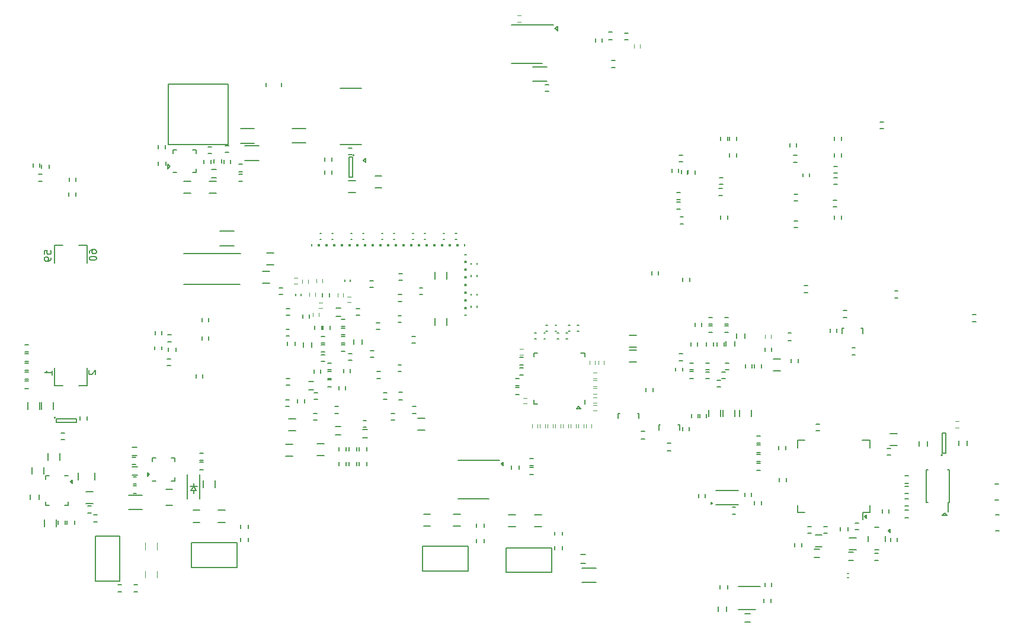
<source format=gbo>
G04 #@! TF.FileFunction,Legend,Bot*
%FSLAX46Y46*%
G04 Gerber Fmt 4.6, Leading zero omitted, Abs format (unit mm)*
G04 Created by KiCad (PCBNEW 4.0.5) date Sun Feb 12 14:34:10 2017*
%MOMM*%
%LPD*%
G01*
G04 APERTURE LIST*
%ADD10C,0.020000*%
%ADD11C,0.200000*%
%ADD12C,0.150000*%
%ADD13C,0.120000*%
G04 APERTURE END LIST*
D10*
D11*
X33400000Y-96500000D02*
X33400000Y-97500000D01*
X31050000Y-97500000D02*
X31050000Y-96500000D01*
X44550000Y-101150000D02*
X43600000Y-101150000D01*
X43600000Y-98850000D02*
X44500000Y-98850000D01*
X91750000Y-95450000D02*
X91750000Y-94950000D01*
X91500000Y-95200000D02*
X91750000Y-95450000D01*
X91500000Y-95200000D02*
X91750000Y-94950000D01*
X155150000Y-102550000D02*
X155050000Y-102550000D01*
X154850000Y-102250000D02*
X155150000Y-102550000D01*
X154550000Y-102550000D02*
X155050000Y-102550000D01*
X154850000Y-102250000D02*
X154550000Y-102550000D01*
X143700000Y-103000000D02*
X143450000Y-102750000D01*
X143700000Y-102500000D02*
X143700000Y-103000000D01*
X143450000Y-102750000D02*
X143700000Y-102500000D01*
X99200000Y-32950000D02*
X99150000Y-32950000D01*
X99550000Y-33300000D02*
X99200000Y-32950000D01*
X99550000Y-32600000D02*
X99550000Y-33300000D01*
X99200000Y-32950000D02*
X99550000Y-32600000D01*
X72100000Y-52150000D02*
X72100000Y-51550000D01*
X71800000Y-51850000D02*
X72100000Y-52150000D01*
X71800000Y-51850000D02*
X72100000Y-51550000D01*
X102850000Y-87300000D02*
X102700000Y-87300000D01*
X102550000Y-87000000D02*
X102850000Y-87300000D01*
X102250000Y-87300000D02*
X102700000Y-87300000D01*
X102550000Y-87000000D02*
X102250000Y-87300000D01*
X30000000Y-97750000D02*
X29950000Y-97750000D01*
X30250000Y-98000000D02*
X30000000Y-97750000D01*
X30250000Y-97500000D02*
X30250000Y-98000000D01*
X30000000Y-97750000D02*
X30250000Y-97500000D01*
X41000000Y-97000000D02*
X41000000Y-96950000D01*
X41250000Y-96750000D02*
X41000000Y-97000000D01*
X41000000Y-96500000D02*
X41000000Y-96950000D01*
X41250000Y-96750000D02*
X41000000Y-96500000D01*
X43850000Y-53000000D02*
X44150000Y-52700000D01*
X43850000Y-52400000D02*
X43850000Y-53000000D01*
X44150000Y-52700000D02*
X43850000Y-52400000D01*
D12*
X25845000Y-52970000D02*
X25845000Y-52470000D01*
X26895000Y-52470000D02*
X26895000Y-52970000D01*
X48950000Y-94725000D02*
X48450000Y-94725000D01*
X48450000Y-93675000D02*
X48950000Y-93675000D01*
X65955000Y-71350000D02*
X65955000Y-70850000D01*
X67005000Y-70850000D02*
X67005000Y-71350000D01*
X74450000Y-55750000D02*
X73450000Y-55750000D01*
X73450000Y-54050000D02*
X74450000Y-54050000D01*
X48875000Y-82450000D02*
X48875000Y-82950000D01*
X47925000Y-82950000D02*
X47925000Y-82450000D01*
X62900000Y-71155000D02*
X62900000Y-70905000D01*
X62100000Y-70905000D02*
X62100000Y-71155000D01*
X127050000Y-116650000D02*
X126350000Y-116650000D01*
X126350000Y-117850000D02*
X127050000Y-117850000D01*
X130125000Y-112250000D02*
X130125000Y-112750000D01*
X129175000Y-112750000D02*
X129175000Y-112250000D01*
X151200000Y-92000000D02*
X151200000Y-92700000D01*
X152400000Y-92700000D02*
X152400000Y-92000000D01*
X122500000Y-115600000D02*
X122500000Y-116300000D01*
X123700000Y-116300000D02*
X123700000Y-115600000D01*
X156900000Y-91900000D02*
X156900000Y-92600000D01*
X158100000Y-92600000D02*
X158100000Y-91900000D01*
X119675000Y-100050000D02*
X119675000Y-99550000D01*
X120625000Y-99550000D02*
X120625000Y-100050000D01*
X126275000Y-99850000D02*
X126275000Y-99350000D01*
X127225000Y-99350000D02*
X127225000Y-99850000D01*
X132125000Y-92650000D02*
X132125000Y-93150000D01*
X131175000Y-93150000D02*
X131175000Y-92650000D01*
X135300000Y-104175000D02*
X135800000Y-104175000D01*
X135800000Y-105125000D02*
X135300000Y-105125000D01*
X132215000Y-97230000D02*
X132215000Y-97730000D01*
X131265000Y-97730000D02*
X131265000Y-97230000D01*
X136500000Y-89525000D02*
X137000000Y-89525000D01*
X137000000Y-90475000D02*
X136500000Y-90475000D01*
X147125000Y-106300000D02*
X147125000Y-105800000D01*
X148075000Y-105800000D02*
X148075000Y-106300000D01*
X147150000Y-93975000D02*
X146650000Y-93975000D01*
X146650000Y-93025000D02*
X147150000Y-93025000D01*
X145975000Y-102200000D02*
X145975000Y-101700000D01*
X146925000Y-101700000D02*
X146925000Y-102200000D01*
X148050000Y-92550000D02*
X147050000Y-92550000D01*
X147050000Y-90850000D02*
X148050000Y-90850000D01*
X142580000Y-104645000D02*
X142080000Y-104645000D01*
X142080000Y-103695000D02*
X142580000Y-103695000D01*
X145400000Y-108975000D02*
X144900000Y-108975000D01*
X144900000Y-108025000D02*
X145400000Y-108025000D01*
X142200000Y-107460000D02*
X141200000Y-107460000D01*
X141200000Y-105760000D02*
X142200000Y-105760000D01*
X136350000Y-105400000D02*
X137350000Y-105400000D01*
X137350000Y-107100000D02*
X136350000Y-107100000D01*
X137600000Y-104175000D02*
X138100000Y-104175000D01*
X138100000Y-105125000D02*
X137600000Y-105125000D01*
X93550000Y-104150000D02*
X92550000Y-104150000D01*
X92550000Y-102450000D02*
X93550000Y-102450000D01*
X96250000Y-102450000D02*
X97250000Y-102450000D01*
X97250000Y-104150000D02*
X96250000Y-104150000D01*
X81400000Y-104100000D02*
X80400000Y-104100000D01*
X80400000Y-102400000D02*
X81400000Y-102400000D01*
X84650000Y-102400000D02*
X85650000Y-102400000D01*
X85650000Y-104100000D02*
X84650000Y-104100000D01*
X123460000Y-75475000D02*
X123960000Y-75475000D01*
X123960000Y-76425000D02*
X123460000Y-76425000D01*
X121650000Y-75225000D02*
X121150000Y-75225000D01*
X121150000Y-74275000D02*
X121650000Y-74275000D01*
X135280000Y-70705000D02*
X134780000Y-70705000D01*
X134780000Y-69755000D02*
X135280000Y-69755000D01*
X123450000Y-74275000D02*
X123950000Y-74275000D01*
X123950000Y-75225000D02*
X123450000Y-75225000D01*
X119185000Y-75550000D02*
X119185000Y-75050000D01*
X120135000Y-75050000D02*
X120135000Y-75550000D01*
X121660000Y-76425000D02*
X121160000Y-76425000D01*
X121160000Y-75475000D02*
X121660000Y-75475000D01*
X117455000Y-69130000D02*
X117455000Y-68630000D01*
X118405000Y-68630000D02*
X118405000Y-69130000D01*
X113005000Y-68160000D02*
X113005000Y-67660000D01*
X113955000Y-67660000D02*
X113955000Y-68160000D01*
X133250000Y-51125000D02*
X133750000Y-51125000D01*
X133750000Y-52075000D02*
X133250000Y-52075000D01*
X116950000Y-51075000D02*
X117450000Y-51075000D01*
X117450000Y-52025000D02*
X116950000Y-52025000D01*
X117120000Y-57415000D02*
X116620000Y-57415000D01*
X116620000Y-56465000D02*
X117120000Y-56465000D01*
X117110000Y-58765000D02*
X116610000Y-58765000D01*
X116610000Y-57815000D02*
X117110000Y-57815000D01*
X134625000Y-54180000D02*
X134625000Y-53680000D01*
X135575000Y-53680000D02*
X135575000Y-54180000D01*
X139125000Y-51350000D02*
X139125000Y-50850000D01*
X140075000Y-50850000D02*
X140075000Y-51350000D01*
X125105000Y-48450000D02*
X125105000Y-48950000D01*
X124155000Y-48950000D02*
X124155000Y-48450000D01*
X117275000Y-53700000D02*
X117275000Y-53200000D01*
X118225000Y-53200000D02*
X118225000Y-53700000D01*
X132725000Y-49900000D02*
X132725000Y-49400000D01*
X133675000Y-49400000D02*
X133675000Y-49900000D01*
X123825000Y-59700000D02*
X123825000Y-60200000D01*
X122875000Y-60200000D02*
X122875000Y-59700000D01*
X117050000Y-59925000D02*
X117550000Y-59925000D01*
X117550000Y-60875000D02*
X117050000Y-60875000D01*
X139550000Y-53675000D02*
X139050000Y-53675000D01*
X139050000Y-52725000D02*
X139550000Y-52725000D01*
X140075000Y-48450000D02*
X140075000Y-48950000D01*
X139125000Y-48950000D02*
X139125000Y-48450000D01*
X133340000Y-60495000D02*
X133840000Y-60495000D01*
X133840000Y-61445000D02*
X133340000Y-61445000D01*
X123825000Y-48450000D02*
X123825000Y-48950000D01*
X122875000Y-48950000D02*
X122875000Y-48450000D01*
X116875000Y-53030000D02*
X116875000Y-53530000D01*
X115925000Y-53530000D02*
X115925000Y-53030000D01*
X139450000Y-58475000D02*
X138950000Y-58475000D01*
X138950000Y-57525000D02*
X139450000Y-57525000D01*
X124145000Y-51320000D02*
X124145000Y-50820000D01*
X125095000Y-50820000D02*
X125095000Y-51320000D01*
X133850000Y-57625000D02*
X133350000Y-57625000D01*
X133350000Y-56675000D02*
X133850000Y-56675000D01*
X122600000Y-55875000D02*
X123100000Y-55875000D01*
X123100000Y-56825000D02*
X122600000Y-56825000D01*
X123200000Y-55225000D02*
X122700000Y-55225000D01*
X122700000Y-54275000D02*
X123200000Y-54275000D01*
X140075000Y-59700000D02*
X140075000Y-60200000D01*
X139125000Y-60200000D02*
X139125000Y-59700000D01*
X139500000Y-55275000D02*
X139000000Y-55275000D01*
X139000000Y-54325000D02*
X139500000Y-54325000D01*
X138475000Y-76400000D02*
X138475000Y-75900000D01*
X139425000Y-75900000D02*
X139425000Y-76400000D01*
X148200000Y-71475000D02*
X147700000Y-71475000D01*
X147700000Y-70525000D02*
X148200000Y-70525000D01*
X131360000Y-81890000D02*
X130360000Y-81890000D01*
X130360000Y-80190000D02*
X131360000Y-80190000D01*
X109790000Y-76810000D02*
X110790000Y-76810000D01*
X110790000Y-78510000D02*
X109790000Y-78510000D01*
X127695000Y-81510000D02*
X127695000Y-81010000D01*
X128645000Y-81010000D02*
X128645000Y-81510000D01*
X119525000Y-77880000D02*
X119525000Y-78380000D01*
X118575000Y-78380000D02*
X118575000Y-77880000D01*
X121805000Y-77840000D02*
X121805000Y-78340000D01*
X120855000Y-78340000D02*
X120855000Y-77840000D01*
X123315000Y-77840000D02*
X123315000Y-78340000D01*
X122365000Y-78340000D02*
X122365000Y-77840000D01*
X96000000Y-38475000D02*
X98000000Y-38475000D01*
X98000000Y-40525000D02*
X96000000Y-40525000D01*
X97750000Y-41025000D02*
X98250000Y-41025000D01*
X98250000Y-41975000D02*
X97750000Y-41975000D01*
X145650000Y-46325000D02*
X146150000Y-46325000D01*
X146150000Y-47275000D02*
X145650000Y-47275000D01*
X102850000Y-109400000D02*
X103550000Y-109400000D01*
X103550000Y-108200000D02*
X102850000Y-108200000D01*
X105050000Y-112125000D02*
X103050000Y-112125000D01*
X103050000Y-110075000D02*
X105050000Y-110075000D01*
X122880000Y-87470000D02*
X122880000Y-88470000D01*
X121180000Y-88470000D02*
X121180000Y-87470000D01*
X120815000Y-88130000D02*
X120815000Y-88630000D01*
X119865000Y-88630000D02*
X119865000Y-88130000D01*
X129185000Y-79140000D02*
X129185000Y-78640000D01*
X130135000Y-78640000D02*
X130135000Y-79140000D01*
X127240000Y-87470000D02*
X127240000Y-88470000D01*
X125540000Y-88470000D02*
X125540000Y-87470000D01*
X123640000Y-77650000D02*
X123640000Y-78350000D01*
X124840000Y-78350000D02*
X124840000Y-77650000D01*
X126330000Y-77270000D02*
X126330000Y-76570000D01*
X125130000Y-76570000D02*
X125130000Y-77270000D01*
X121210000Y-81755000D02*
X120710000Y-81755000D01*
X120710000Y-80805000D02*
X121210000Y-80805000D01*
X122810000Y-84225000D02*
X122310000Y-84225000D01*
X122310000Y-83275000D02*
X122810000Y-83275000D01*
X117395000Y-81450000D02*
X117395000Y-81950000D01*
X116445000Y-81950000D02*
X116445000Y-81450000D01*
X117425000Y-90450000D02*
X117425000Y-89950000D01*
X118375000Y-89950000D02*
X118375000Y-90450000D01*
X127315000Y-81020000D02*
X127315000Y-81520000D01*
X126365000Y-81520000D02*
X126365000Y-81020000D01*
X124010000Y-81745000D02*
X123510000Y-81745000D01*
X123510000Y-80795000D02*
X124010000Y-80795000D01*
X118410000Y-82035000D02*
X118910000Y-82035000D01*
X118910000Y-82985000D02*
X118410000Y-82985000D01*
X110820000Y-80660000D02*
X109820000Y-80660000D01*
X109820000Y-78960000D02*
X110820000Y-78960000D01*
X124880000Y-87470000D02*
X124880000Y-88470000D01*
X123180000Y-88470000D02*
X123180000Y-87470000D01*
X119605000Y-88130000D02*
X119605000Y-88630000D01*
X118655000Y-88630000D02*
X118655000Y-88130000D01*
X118420000Y-80805000D02*
X118920000Y-80805000D01*
X118920000Y-81755000D02*
X118420000Y-81755000D01*
X120700000Y-82075000D02*
X121200000Y-82075000D01*
X121200000Y-83025000D02*
X120700000Y-83025000D01*
X123500000Y-83025000D02*
X123000000Y-83025000D01*
X123000000Y-82075000D02*
X123500000Y-82075000D01*
X116900000Y-79485000D02*
X117400000Y-79485000D01*
X117400000Y-80435000D02*
X116900000Y-80435000D01*
X112215000Y-84880000D02*
X112215000Y-84380000D01*
X113165000Y-84380000D02*
X113165000Y-84880000D01*
X68700000Y-78175000D02*
X69200000Y-78175000D01*
X69200000Y-79125000D02*
X68700000Y-79125000D01*
X68315000Y-84640000D02*
X68315000Y-84140000D01*
X69265000Y-84140000D02*
X69265000Y-84640000D01*
X67250000Y-84175000D02*
X66750000Y-84175000D01*
X66750000Y-83225000D02*
X67250000Y-83225000D01*
X65825000Y-75500000D02*
X65825000Y-76000000D01*
X64875000Y-76000000D02*
X64875000Y-75500000D01*
X71600000Y-78100000D02*
X71600000Y-77400000D01*
X70400000Y-77400000D02*
X70400000Y-78100000D01*
X68550000Y-89850000D02*
X67850000Y-89850000D01*
X67850000Y-91050000D02*
X68550000Y-91050000D01*
X66250000Y-80565000D02*
X65750000Y-80565000D01*
X65750000Y-79615000D02*
X66250000Y-79615000D01*
X67900000Y-74150000D02*
X68600000Y-74150000D01*
X68600000Y-72950000D02*
X67900000Y-72950000D01*
X72420000Y-90260000D02*
X71720000Y-90260000D01*
X71720000Y-91460000D02*
X72420000Y-91460000D01*
X64400000Y-78550000D02*
X64400000Y-77850000D01*
X63200000Y-77850000D02*
X63200000Y-78550000D01*
X66750000Y-80825000D02*
X67250000Y-80825000D01*
X67250000Y-81775000D02*
X66750000Y-81775000D01*
X69925000Y-81700000D02*
X69925000Y-82200000D01*
X68975000Y-82200000D02*
X68975000Y-81700000D01*
X66250000Y-79175000D02*
X65750000Y-79175000D01*
X65750000Y-78225000D02*
X66250000Y-78225000D01*
X67025000Y-75500000D02*
X67025000Y-76000000D01*
X66075000Y-76000000D02*
X66075000Y-75500000D01*
X66750000Y-82025000D02*
X67250000Y-82025000D01*
X67250000Y-82975000D02*
X66750000Y-82975000D01*
X65725000Y-81780000D02*
X65725000Y-82280000D01*
X64775000Y-82280000D02*
X64775000Y-81780000D01*
X69700000Y-79475000D02*
X70200000Y-79475000D01*
X70200000Y-80425000D02*
X69700000Y-80425000D01*
X64700000Y-83450000D02*
X64000000Y-83450000D01*
X64000000Y-84650000D02*
X64700000Y-84650000D01*
X69200000Y-75525000D02*
X68700000Y-75525000D01*
X68700000Y-74575000D02*
X69200000Y-74575000D01*
X65750000Y-77025000D02*
X66250000Y-77025000D01*
X66250000Y-77975000D02*
X65750000Y-77975000D01*
X69200000Y-77925000D02*
X68700000Y-77925000D01*
X68700000Y-76975000D02*
X69200000Y-76975000D01*
X68700000Y-75775000D02*
X69200000Y-75775000D01*
X69200000Y-76725000D02*
X68700000Y-76725000D01*
X48775000Y-74900000D02*
X48775000Y-74400000D01*
X49725000Y-74400000D02*
X49725000Y-74900000D01*
X43750000Y-80225000D02*
X44250000Y-80225000D01*
X44250000Y-81175000D02*
X43750000Y-81175000D01*
X49675000Y-77000000D02*
X49675000Y-77500000D01*
X48725000Y-77500000D02*
X48725000Y-77000000D01*
X42075000Y-76750000D02*
X42075000Y-76250000D01*
X43025000Y-76250000D02*
X43025000Y-76750000D01*
X62435000Y-86510000D02*
X62435000Y-86010000D01*
X63385000Y-86010000D02*
X63385000Y-86510000D01*
X80600000Y-90350000D02*
X79600000Y-90350000D01*
X79600000Y-88650000D02*
X80600000Y-88650000D01*
X61150000Y-88750000D02*
X62150000Y-88750000D01*
X62150000Y-90450000D02*
X61150000Y-90450000D01*
X65200000Y-92350000D02*
X66200000Y-92350000D01*
X66200000Y-94050000D02*
X65200000Y-94050000D01*
X64700000Y-87975000D02*
X65200000Y-87975000D01*
X65200000Y-88925000D02*
X64700000Y-88925000D01*
X76250000Y-88975000D02*
X75750000Y-88975000D01*
X75750000Y-88025000D02*
X76250000Y-88025000D01*
X65300000Y-85975000D02*
X64800000Y-85975000D01*
X64800000Y-85025000D02*
X65300000Y-85025000D01*
X67700000Y-87025000D02*
X68200000Y-87025000D01*
X68200000Y-87975000D02*
X67700000Y-87975000D01*
X61300000Y-83975000D02*
X60800000Y-83975000D01*
X60800000Y-83025000D02*
X61300000Y-83025000D01*
X75200000Y-85975000D02*
X74700000Y-85975000D01*
X74700000Y-85025000D02*
X75200000Y-85025000D01*
X60700000Y-86025000D02*
X61200000Y-86025000D01*
X61200000Y-86975000D02*
X60700000Y-86975000D01*
X71750000Y-89025000D02*
X72250000Y-89025000D01*
X72250000Y-89975000D02*
X71750000Y-89975000D01*
X61720000Y-94090000D02*
X60720000Y-94090000D01*
X60720000Y-92390000D02*
X61720000Y-92390000D01*
X60300000Y-70975000D02*
X59800000Y-70975000D01*
X59800000Y-70025000D02*
X60300000Y-70025000D01*
X77250000Y-81975000D02*
X76750000Y-81975000D01*
X76750000Y-81025000D02*
X77250000Y-81025000D01*
X61300000Y-73975000D02*
X60800000Y-73975000D01*
X60800000Y-73025000D02*
X61300000Y-73025000D01*
X73300000Y-79975000D02*
X72800000Y-79975000D01*
X72800000Y-79025000D02*
X73300000Y-79025000D01*
X64105000Y-73890000D02*
X64105000Y-74390000D01*
X63155000Y-74390000D02*
X63155000Y-73890000D01*
X74250000Y-82975000D02*
X73750000Y-82975000D01*
X73750000Y-82025000D02*
X74250000Y-82025000D01*
X60750000Y-75975000D02*
X61250000Y-75975000D01*
X61250000Y-76925000D02*
X60750000Y-76925000D01*
X79300000Y-87975000D02*
X78800000Y-87975000D01*
X78800000Y-87025000D02*
X79300000Y-87025000D01*
X58000000Y-65050000D02*
X59000000Y-65050000D01*
X59000000Y-66750000D02*
X58000000Y-66750000D01*
X69150000Y-68900000D02*
X69150000Y-69150000D01*
X69950000Y-69150000D02*
X69950000Y-68900000D01*
X76750000Y-74025000D02*
X77250000Y-74025000D01*
X77250000Y-74975000D02*
X76750000Y-74975000D01*
X73650000Y-75075000D02*
X74150000Y-75075000D01*
X74150000Y-76025000D02*
X73650000Y-76025000D01*
X57400000Y-67670000D02*
X58400000Y-67670000D01*
X58400000Y-69370000D02*
X57400000Y-69370000D01*
X79250000Y-77975000D02*
X78750000Y-77975000D01*
X78750000Y-77025000D02*
X79250000Y-77025000D01*
X71250000Y-73975000D02*
X70750000Y-73975000D01*
X70750000Y-73025000D02*
X71250000Y-73025000D01*
X83750000Y-67800000D02*
X83750000Y-68800000D01*
X82050000Y-68800000D02*
X82050000Y-67800000D01*
X80300000Y-71025000D02*
X79800000Y-71025000D01*
X79800000Y-70075000D02*
X80300000Y-70075000D01*
X73250000Y-69975000D02*
X72750000Y-69975000D01*
X72750000Y-69025000D02*
X73250000Y-69025000D01*
X77350000Y-68975000D02*
X76850000Y-68975000D01*
X76850000Y-68025000D02*
X77350000Y-68025000D01*
X77300000Y-71975000D02*
X76800000Y-71975000D01*
X76800000Y-71025000D02*
X77300000Y-71025000D01*
X82050000Y-75400000D02*
X82050000Y-74400000D01*
X83750000Y-74400000D02*
X83750000Y-75400000D01*
X50800000Y-56500000D02*
X49800000Y-56500000D01*
X49800000Y-54800000D02*
X50800000Y-54800000D01*
X50100000Y-54350000D02*
X50800000Y-54350000D01*
X50800000Y-53150000D02*
X50100000Y-53150000D01*
X29765000Y-54830000D02*
X29765000Y-54330000D01*
X30715000Y-54330000D02*
X30715000Y-54830000D01*
X69690000Y-50045000D02*
X70190000Y-50045000D01*
X70190000Y-50995000D02*
X69690000Y-50995000D01*
X42525000Y-50150000D02*
X42525000Y-49650000D01*
X43475000Y-49650000D02*
X43475000Y-50150000D01*
X61600000Y-47275000D02*
X63600000Y-47275000D01*
X63600000Y-49325000D02*
X61600000Y-49325000D01*
X52050000Y-49725000D02*
X52550000Y-49725000D01*
X52550000Y-50675000D02*
X52050000Y-50675000D01*
X50100000Y-50825000D02*
X49600000Y-50825000D01*
X49600000Y-49875000D02*
X50100000Y-49875000D01*
X51875000Y-52300000D02*
X51875000Y-51800000D01*
X52825000Y-51800000D02*
X52825000Y-52300000D01*
X56850000Y-51825000D02*
X54850000Y-51825000D01*
X54850000Y-49775000D02*
X56850000Y-49775000D01*
X48450000Y-103550000D02*
X47450000Y-103550000D01*
X47450000Y-101850000D02*
X48450000Y-101850000D01*
X24645000Y-52770000D02*
X24645000Y-52270000D01*
X25595000Y-52270000D02*
X25595000Y-52770000D01*
X51050000Y-101850000D02*
X52050000Y-101850000D01*
X52050000Y-103550000D02*
X51050000Y-103550000D01*
X69650000Y-54700000D02*
X70650000Y-54700000D01*
X70650000Y-56400000D02*
X69650000Y-56400000D01*
X46160000Y-54840000D02*
X47160000Y-54840000D01*
X47160000Y-56540000D02*
X46160000Y-56540000D01*
X56250000Y-49375000D02*
X54250000Y-49375000D01*
X54250000Y-47325000D02*
X56250000Y-47325000D01*
X29130000Y-91725000D02*
X28630000Y-91725000D01*
X28630000Y-90775000D02*
X29130000Y-90775000D01*
X27550000Y-86400000D02*
X27550000Y-87400000D01*
X25850000Y-87400000D02*
X25850000Y-86400000D01*
X33200000Y-100900000D02*
X32200000Y-100900000D01*
X32200000Y-99200000D02*
X33200000Y-99200000D01*
X25550000Y-86400000D02*
X25550000Y-87400000D01*
X23850000Y-87400000D02*
X23850000Y-86400000D01*
X24250000Y-99600000D02*
X24250000Y-100300000D01*
X25450000Y-100300000D02*
X25450000Y-99600000D01*
X26200000Y-104150000D02*
X26200000Y-103150000D01*
X27900000Y-103150000D02*
X27900000Y-104150000D01*
X28450000Y-93700000D02*
X28450000Y-94700000D01*
X26750000Y-94700000D02*
X26750000Y-93700000D01*
X26130000Y-95680000D02*
X26130000Y-96680000D01*
X24430000Y-96680000D02*
X24430000Y-95680000D01*
X39450000Y-92800000D02*
X38750000Y-92800000D01*
X38750000Y-94000000D02*
X39450000Y-94000000D01*
X40250000Y-101725000D02*
X38250000Y-101725000D01*
X38250000Y-99675000D02*
X40250000Y-99675000D01*
X38800000Y-96800000D02*
X39500000Y-96800000D01*
X39500000Y-95600000D02*
X38800000Y-95600000D01*
X48950000Y-98600000D02*
X48950000Y-97600000D01*
X50650000Y-97600000D02*
X50650000Y-98600000D01*
X104975000Y-34950000D02*
X104975000Y-34450000D01*
X105925000Y-34450000D02*
X105925000Y-34950000D01*
X109150000Y-33625000D02*
X109650000Y-33625000D01*
X109650000Y-34575000D02*
X109150000Y-34575000D01*
X141150000Y-110850000D02*
X140950000Y-110850000D01*
X140950000Y-111450000D02*
X141150000Y-111450000D01*
X47550000Y-99017500D02*
X47550000Y-99398500D01*
X47550000Y-98001500D02*
X47550000Y-98382500D01*
X47550000Y-98382500D02*
X47169000Y-99017500D01*
X47169000Y-99017500D02*
X47931000Y-99017500D01*
X47931000Y-99017500D02*
X47550000Y-98382500D01*
X47042000Y-98382500D02*
X48058000Y-98382500D01*
X48450000Y-96700000D02*
X48450000Y-100240000D01*
X46650000Y-96700000D02*
X46650000Y-100240000D01*
X28850000Y-64000000D02*
X27650000Y-64000000D01*
X27650000Y-64000000D02*
X27650000Y-66500000D01*
X32350000Y-66500000D02*
X32350000Y-64000000D01*
X32350000Y-64000000D02*
X31150000Y-64000000D01*
X31150000Y-84000000D02*
X32350000Y-84000000D01*
X32350000Y-84000000D02*
X32350000Y-81500000D01*
X27650000Y-81500000D02*
X27650000Y-84000000D01*
X27650000Y-84000000D02*
X28850000Y-84000000D01*
X136250000Y-108600000D02*
X136950000Y-108600000D01*
X136950000Y-107400000D02*
X136250000Y-107400000D01*
X141800000Y-107800000D02*
X141100000Y-107800000D01*
X141100000Y-109000000D02*
X141800000Y-109000000D01*
X71530000Y-49540000D02*
X68530000Y-49540000D01*
X71530000Y-41540000D02*
X68530000Y-41540000D01*
X43900000Y-40950000D02*
X52500000Y-40950000D01*
X52500000Y-40950000D02*
X52500000Y-49550000D01*
X52500000Y-49550000D02*
X43900000Y-49550000D01*
X43900000Y-49550000D02*
X43900000Y-40950000D01*
X140400840Y-75849760D02*
X140449100Y-75849760D01*
X143199820Y-76550800D02*
X143199820Y-75849760D01*
X143199820Y-75849760D02*
X142950900Y-75849760D01*
X140400840Y-75849760D02*
X140200180Y-75849760D01*
X140200180Y-75849760D02*
X140200180Y-76550800D01*
X108400840Y-87999760D02*
X108449100Y-87999760D01*
X111199820Y-88700800D02*
X111199820Y-87999760D01*
X111199820Y-87999760D02*
X110950900Y-87999760D01*
X108400840Y-87999760D02*
X108200180Y-87999760D01*
X108200180Y-87999760D02*
X108200180Y-88700800D01*
X114200840Y-89649760D02*
X114249100Y-89649760D01*
X116999820Y-90350800D02*
X116999820Y-89649760D01*
X116999820Y-89649760D02*
X116750900Y-89649760D01*
X114200840Y-89649760D02*
X114000180Y-89649760D01*
X114000180Y-89649760D02*
X114000180Y-90350800D01*
X130075000Y-114500000D02*
X130075000Y-115000000D01*
X129025000Y-115000000D02*
X129025000Y-114500000D01*
X123825000Y-112550000D02*
X123825000Y-113050000D01*
X122775000Y-113050000D02*
X122775000Y-112550000D01*
X124500000Y-101375000D02*
X125000000Y-101375000D01*
X125000000Y-102425000D02*
X124500000Y-102425000D01*
X127675000Y-101050000D02*
X127675000Y-100550000D01*
X128725000Y-100550000D02*
X128725000Y-101050000D01*
X149650000Y-102875000D02*
X149150000Y-102875000D01*
X149150000Y-101825000D02*
X149650000Y-101825000D01*
X149650000Y-101225000D02*
X149150000Y-101225000D01*
X149150000Y-100175000D02*
X149650000Y-100175000D01*
X149700000Y-97975000D02*
X149200000Y-97975000D01*
X149200000Y-96925000D02*
X149700000Y-96925000D01*
X149700000Y-99475000D02*
X149200000Y-99475000D01*
X149200000Y-98425000D02*
X149700000Y-98425000D01*
X133425000Y-107050000D02*
X133425000Y-106550000D01*
X134475000Y-106550000D02*
X134475000Y-107050000D01*
X139985000Y-104760000D02*
X139985000Y-104260000D01*
X141035000Y-104260000D02*
X141035000Y-104760000D01*
X128500000Y-96175000D02*
X128000000Y-96175000D01*
X128000000Y-95125000D02*
X128500000Y-95125000D01*
X128500000Y-93575000D02*
X128000000Y-93575000D01*
X128000000Y-92525000D02*
X128500000Y-92525000D01*
X128500000Y-94875000D02*
X128000000Y-94875000D01*
X128000000Y-93825000D02*
X128500000Y-93825000D01*
X128500000Y-92275000D02*
X128000000Y-92275000D01*
X128000000Y-91225000D02*
X128500000Y-91225000D01*
X99175000Y-105400000D02*
X99175000Y-104900000D01*
X100225000Y-104900000D02*
X100225000Y-105400000D01*
X99175000Y-107450000D02*
X99175000Y-106950000D01*
X100225000Y-106950000D02*
X100225000Y-107450000D01*
X87975000Y-104250000D02*
X87975000Y-103750000D01*
X89025000Y-103750000D02*
X89025000Y-104250000D01*
X87975000Y-106500000D02*
X87975000Y-106000000D01*
X89025000Y-106000000D02*
X89025000Y-106500000D01*
X119175000Y-53270000D02*
X119175000Y-53770000D01*
X118125000Y-53770000D02*
X118125000Y-53270000D01*
X141600000Y-78575000D02*
X142100000Y-78575000D01*
X142100000Y-79625000D02*
X141600000Y-79625000D01*
X140850000Y-74325000D02*
X140350000Y-74325000D01*
X140350000Y-73275000D02*
X140850000Y-73275000D01*
X158850000Y-73875000D02*
X159350000Y-73875000D01*
X159350000Y-74925000D02*
X158850000Y-74925000D01*
X132960000Y-77555000D02*
X132460000Y-77555000D01*
X132460000Y-76505000D02*
X132960000Y-76505000D01*
X132895000Y-80710000D02*
X132895000Y-80210000D01*
X133945000Y-80210000D02*
X133945000Y-80710000D01*
X111490000Y-90575000D02*
X111990000Y-90575000D01*
X111990000Y-91625000D02*
X111490000Y-91625000D01*
X115250000Y-92275000D02*
X115750000Y-92275000D01*
X115750000Y-93325000D02*
X115250000Y-93325000D01*
X76850000Y-84985000D02*
X77350000Y-84985000D01*
X77350000Y-86035000D02*
X76850000Y-86035000D01*
X41975000Y-78900000D02*
X41975000Y-78400000D01*
X43025000Y-78400000D02*
X43025000Y-78900000D01*
X44350000Y-77775000D02*
X43850000Y-77775000D01*
X43850000Y-76725000D02*
X44350000Y-76725000D01*
X69375000Y-94950000D02*
X69375000Y-95450000D01*
X68325000Y-95450000D02*
X68325000Y-94950000D01*
X69375000Y-92850000D02*
X69375000Y-93350000D01*
X68325000Y-93350000D02*
X68325000Y-92850000D01*
X70825000Y-94950000D02*
X70825000Y-95450000D01*
X69775000Y-95450000D02*
X69775000Y-94950000D01*
X70825000Y-92850000D02*
X70825000Y-93350000D01*
X69775000Y-93350000D02*
X69775000Y-92850000D01*
X72275000Y-94950000D02*
X72275000Y-95450000D01*
X71225000Y-95450000D02*
X71225000Y-94950000D01*
X72275000Y-92850000D02*
X72275000Y-93350000D01*
X71225000Y-93350000D02*
X71225000Y-92850000D01*
X60975000Y-78250000D02*
X60975000Y-77750000D01*
X62025000Y-77750000D02*
X62025000Y-78250000D01*
X43575000Y-52000000D02*
X43575000Y-52500000D01*
X42525000Y-52500000D02*
X42525000Y-52000000D01*
X30765000Y-56450000D02*
X30765000Y-56950000D01*
X29715000Y-56950000D02*
X29715000Y-56450000D01*
X66275000Y-51900000D02*
X66275000Y-51400000D01*
X67325000Y-51400000D02*
X67325000Y-51900000D01*
X66275000Y-53800000D02*
X66275000Y-53300000D01*
X67325000Y-53300000D02*
X67325000Y-53800000D01*
X51525000Y-51670000D02*
X51525000Y-52170000D01*
X50475000Y-52170000D02*
X50475000Y-51670000D01*
X33750000Y-103525000D02*
X33250000Y-103525000D01*
X33250000Y-102475000D02*
X33750000Y-102475000D01*
X54050000Y-52375000D02*
X54550000Y-52375000D01*
X54550000Y-53425000D02*
X54050000Y-53425000D01*
X54530000Y-54845000D02*
X54030000Y-54845000D01*
X54030000Y-53795000D02*
X54530000Y-53795000D01*
X50025000Y-51750000D02*
X50025000Y-52250000D01*
X48975000Y-52250000D02*
X48975000Y-51750000D01*
X25920000Y-54845000D02*
X25420000Y-54845000D01*
X25420000Y-53795000D02*
X25920000Y-53795000D01*
X54275000Y-104400000D02*
X54275000Y-103900000D01*
X55325000Y-103900000D02*
X55325000Y-104400000D01*
X54275000Y-106300000D02*
X54275000Y-105800000D01*
X55325000Y-105800000D02*
X55325000Y-106300000D01*
X31325000Y-88950000D02*
X31325000Y-88450000D01*
X32375000Y-88450000D02*
X32375000Y-88950000D01*
X29225000Y-103300000D02*
X29225000Y-103800000D01*
X28175000Y-103800000D02*
X28175000Y-103300000D01*
X30525000Y-103300000D02*
X30525000Y-103800000D01*
X29475000Y-103800000D02*
X29475000Y-103300000D01*
X32900000Y-102225000D02*
X32400000Y-102225000D01*
X32400000Y-101175000D02*
X32900000Y-101175000D01*
X38900000Y-97075000D02*
X39400000Y-97075000D01*
X39400000Y-98125000D02*
X38900000Y-98125000D01*
X38900000Y-98375000D02*
X39400000Y-98375000D01*
X39400000Y-99425000D02*
X38900000Y-99425000D01*
X23450000Y-80775000D02*
X23950000Y-80775000D01*
X23950000Y-81825000D02*
X23450000Y-81825000D01*
X23450000Y-79475000D02*
X23950000Y-79475000D01*
X23950000Y-80525000D02*
X23450000Y-80525000D01*
X23450000Y-78175000D02*
X23950000Y-78175000D01*
X23950000Y-79225000D02*
X23450000Y-79225000D01*
X23950000Y-83125000D02*
X23450000Y-83125000D01*
X23450000Y-82075000D02*
X23950000Y-82075000D01*
X23950000Y-84425000D02*
X23450000Y-84425000D01*
X23450000Y-83375000D02*
X23950000Y-83375000D01*
X38800000Y-94275000D02*
X39300000Y-94275000D01*
X39300000Y-95325000D02*
X38800000Y-95325000D01*
X48450000Y-94975000D02*
X48950000Y-94975000D01*
X48950000Y-96025000D02*
X48450000Y-96025000D01*
X107750000Y-38575000D02*
X107250000Y-38575000D01*
X107250000Y-37525000D02*
X107750000Y-37525000D01*
X107350000Y-34575000D02*
X106850000Y-34575000D01*
X106850000Y-33525000D02*
X107350000Y-33525000D01*
X57865000Y-41250000D02*
X57865000Y-40750000D01*
X60135000Y-41250000D02*
X60135000Y-40750000D01*
X127825000Y-116050000D02*
X125375000Y-116050000D01*
X128550000Y-112750000D02*
X125375000Y-112750000D01*
X154550000Y-93950000D02*
G75*
G03X154550000Y-93950000I-100000J0D01*
G01*
X155000000Y-93700000D02*
X154500000Y-93700000D01*
X155000000Y-90800000D02*
X155000000Y-93700000D01*
X154500000Y-90800000D02*
X155000000Y-90800000D01*
X154500000Y-93700000D02*
X154500000Y-90800000D01*
X121650000Y-100850000D02*
X121450000Y-100950000D01*
X121450000Y-100950000D02*
X121450000Y-100750000D01*
X121450000Y-100750000D02*
X121650000Y-100850000D01*
X125350000Y-101050000D02*
X122150000Y-101050000D01*
X122150000Y-99050000D02*
X125350000Y-99050000D01*
X155495000Y-100675000D02*
X155395000Y-100675000D01*
X155495000Y-96025000D02*
X155295000Y-96025000D01*
X152245000Y-96025000D02*
X152445000Y-96025000D01*
X152245000Y-100675000D02*
X152445000Y-100675000D01*
X155495000Y-100675000D02*
X155495000Y-96025000D01*
X152245000Y-100675000D02*
X152245000Y-96025000D01*
X155395000Y-100675000D02*
X155395000Y-102025000D01*
X144175000Y-102175000D02*
X143175000Y-102175000D01*
X144175000Y-91825000D02*
X143100000Y-91825000D01*
X133825000Y-91825000D02*
X134900000Y-91825000D01*
X133825000Y-102175000D02*
X134900000Y-102175000D01*
X144175000Y-102175000D02*
X144175000Y-101100000D01*
X133825000Y-102175000D02*
X133825000Y-101100000D01*
X133825000Y-91825000D02*
X133825000Y-92900000D01*
X144175000Y-91825000D02*
X144175000Y-92900000D01*
X143175000Y-102175000D02*
X143175000Y-103200000D01*
X92200000Y-110700000D02*
X92200000Y-107200000D01*
X92200000Y-107200000D02*
X98700000Y-107200000D01*
X98700000Y-107200000D02*
X98700000Y-110700000D01*
X98700000Y-110700000D02*
X92200000Y-110700000D01*
X80250000Y-110500000D02*
X80250000Y-107000000D01*
X80250000Y-107000000D02*
X86750000Y-107000000D01*
X86750000Y-107000000D02*
X86750000Y-110500000D01*
X86750000Y-110500000D02*
X80250000Y-110500000D01*
X70500000Y-51100000D02*
G75*
G03X70500000Y-51100000I-100000J0D01*
G01*
X69750000Y-51350000D02*
X70250000Y-51350000D01*
X69750000Y-54250000D02*
X69750000Y-51350000D01*
X70250000Y-54250000D02*
X69750000Y-54250000D01*
X70250000Y-51350000D02*
X70250000Y-54250000D01*
X47875000Y-53575000D02*
X47875000Y-53075000D01*
X44625000Y-50325000D02*
X44625000Y-50825000D01*
X47875000Y-50325000D02*
X47875000Y-50825000D01*
X44625000Y-53575000D02*
X45125000Y-53575000D01*
X44625000Y-50325000D02*
X45125000Y-50325000D01*
X47875000Y-50325000D02*
X47375000Y-50325000D01*
X47875000Y-53575000D02*
X47375000Y-53575000D01*
X47250000Y-110000000D02*
X47250000Y-106500000D01*
X47250000Y-106500000D02*
X53750000Y-106500000D01*
X53750000Y-106500000D02*
X53750000Y-110000000D01*
X53750000Y-110000000D02*
X47250000Y-110000000D01*
X27800000Y-88600000D02*
G75*
G03X27800000Y-88600000I-100000J0D01*
G01*
X27950000Y-89250000D02*
X27950000Y-88750000D01*
X30850000Y-89250000D02*
X27950000Y-89250000D01*
X30850000Y-88750000D02*
X30850000Y-89250000D01*
X27950000Y-88750000D02*
X30850000Y-88750000D01*
X26375000Y-96875000D02*
X26375000Y-97400000D01*
X29625000Y-101125000D02*
X29625000Y-100600000D01*
X26375000Y-101125000D02*
X26375000Y-100600000D01*
X29625000Y-96875000D02*
X29100000Y-96875000D01*
X29625000Y-101125000D02*
X29100000Y-101125000D01*
X26375000Y-101125000D02*
X26900000Y-101125000D01*
X26375000Y-96875000D02*
X26900000Y-96875000D01*
X44875000Y-97625000D02*
X44875000Y-97125000D01*
X41625000Y-94375000D02*
X41625000Y-94875000D01*
X44875000Y-94375000D02*
X44875000Y-94875000D01*
X41625000Y-97625000D02*
X42125000Y-97625000D01*
X41625000Y-94375000D02*
X42125000Y-94375000D01*
X44875000Y-94375000D02*
X44375000Y-94375000D01*
X44875000Y-97625000D02*
X44375000Y-97625000D01*
X146800000Y-104750000D02*
X147100000Y-104500000D01*
X147100000Y-104500000D02*
X147100000Y-105000000D01*
X147100000Y-105000000D02*
X146800000Y-104750000D01*
X146400000Y-105500000D02*
X146400000Y-106300000D01*
X144850000Y-107500000D02*
X145450000Y-107500000D01*
X143900000Y-105500000D02*
X143900000Y-106300000D01*
X145450000Y-104300000D02*
X144850000Y-104300000D01*
X54150000Y-69550000D02*
X46150000Y-69550000D01*
X46150000Y-65150000D02*
X54250000Y-65150000D01*
X162550000Y-100385000D02*
X162050000Y-100385000D01*
X162550000Y-98115000D02*
X162050000Y-98115000D01*
X162650000Y-104785000D02*
X162150000Y-104785000D01*
X162650000Y-102515000D02*
X162150000Y-102515000D01*
X67760000Y-64015000D02*
X67760000Y-63785000D01*
X68640000Y-63785000D02*
X68640000Y-64015000D01*
X66660000Y-64015000D02*
X66660000Y-63785000D01*
X67540000Y-63785000D02*
X67540000Y-64015000D01*
X65560000Y-64015000D02*
X65560000Y-63785000D01*
X66440000Y-63785000D02*
X66440000Y-64015000D01*
X64460000Y-64015000D02*
X64460000Y-63785000D01*
X65340000Y-63785000D02*
X65340000Y-64015000D01*
X68860000Y-64015000D02*
X68860000Y-63785000D01*
X69740000Y-63785000D02*
X69740000Y-64015000D01*
X69960000Y-64015000D02*
X69960000Y-63785000D01*
X70840000Y-63785000D02*
X70840000Y-64015000D01*
X71060000Y-64015000D02*
X71060000Y-63785000D01*
X71940000Y-63785000D02*
X71940000Y-64015000D01*
X72160000Y-64015000D02*
X72160000Y-63785000D01*
X73040000Y-63785000D02*
X73040000Y-64015000D01*
X76560000Y-64015000D02*
X76560000Y-63785000D01*
X77440000Y-63785000D02*
X77440000Y-64015000D01*
X75460000Y-64015000D02*
X75460000Y-63785000D01*
X76340000Y-63785000D02*
X76340000Y-64015000D01*
X74360000Y-64015000D02*
X74360000Y-63785000D01*
X75240000Y-63785000D02*
X75240000Y-64015000D01*
X73260000Y-64015000D02*
X73260000Y-63785000D01*
X74140000Y-63785000D02*
X74140000Y-64015000D01*
X77660000Y-64015000D02*
X77660000Y-63785000D01*
X78540000Y-63785000D02*
X78540000Y-64015000D01*
X78760000Y-64015000D02*
X78760000Y-63785000D01*
X79640000Y-63785000D02*
X79640000Y-64015000D01*
X79860000Y-64015000D02*
X79860000Y-63785000D01*
X80740000Y-63785000D02*
X80740000Y-64015000D01*
X80960000Y-64015000D02*
X80960000Y-63785000D01*
X81840000Y-63785000D02*
X81840000Y-64015000D01*
X85360000Y-64015000D02*
X85360000Y-63785000D01*
X86240000Y-63785000D02*
X86240000Y-64015000D01*
X84260000Y-64015000D02*
X84260000Y-63785000D01*
X85140000Y-63785000D02*
X85140000Y-64015000D01*
X83160000Y-64015000D02*
X83160000Y-63785000D01*
X84040000Y-63785000D02*
X84040000Y-64015000D01*
X82060000Y-64015000D02*
X82060000Y-63785000D01*
X82940000Y-63785000D02*
X82940000Y-64015000D01*
X67285000Y-62260000D02*
X67515000Y-62260000D01*
X67515000Y-63140000D02*
X67285000Y-63140000D01*
X65585000Y-62260000D02*
X65815000Y-62260000D01*
X65815000Y-63140000D02*
X65585000Y-63140000D01*
X70215000Y-63140000D02*
X69985000Y-63140000D01*
X69985000Y-62260000D02*
X70215000Y-62260000D01*
X71915000Y-63140000D02*
X71685000Y-63140000D01*
X71685000Y-62260000D02*
X71915000Y-62260000D01*
X76085000Y-62260000D02*
X76315000Y-62260000D01*
X76315000Y-63140000D02*
X76085000Y-63140000D01*
X74385000Y-62260000D02*
X74615000Y-62260000D01*
X74615000Y-63140000D02*
X74385000Y-63140000D01*
X79015000Y-63140000D02*
X78785000Y-63140000D01*
X78785000Y-62260000D02*
X79015000Y-62260000D01*
X80715000Y-63140000D02*
X80485000Y-63140000D01*
X80485000Y-62260000D02*
X80715000Y-62260000D01*
X84930000Y-62260000D02*
X85160000Y-62260000D01*
X85160000Y-63140000D02*
X84930000Y-63140000D01*
X83185000Y-62260000D02*
X83415000Y-62260000D01*
X83415000Y-63140000D02*
X83185000Y-63140000D01*
X86285000Y-68660000D02*
X86515000Y-68660000D01*
X86515000Y-69540000D02*
X86285000Y-69540000D01*
X86285000Y-67560000D02*
X86515000Y-67560000D01*
X86515000Y-68440000D02*
X86285000Y-68440000D01*
X86285000Y-66460000D02*
X86515000Y-66460000D01*
X86515000Y-67340000D02*
X86285000Y-67340000D01*
X86285000Y-65360000D02*
X86515000Y-65360000D01*
X86515000Y-66240000D02*
X86285000Y-66240000D01*
X86285000Y-73060000D02*
X86515000Y-73060000D01*
X86515000Y-73940000D02*
X86285000Y-73940000D01*
X86285000Y-71960000D02*
X86515000Y-71960000D01*
X86515000Y-72840000D02*
X86285000Y-72840000D01*
X86285000Y-70860000D02*
X86515000Y-70860000D01*
X86515000Y-71740000D02*
X86285000Y-71740000D01*
X86285000Y-69760000D02*
X86515000Y-69760000D01*
X86515000Y-70640000D02*
X86285000Y-70640000D01*
X88040000Y-68185000D02*
X88040000Y-68415000D01*
X87160000Y-68415000D02*
X87160000Y-68185000D01*
X88040000Y-66485000D02*
X88040000Y-66715000D01*
X87160000Y-66715000D02*
X87160000Y-66485000D01*
X88040000Y-72585000D02*
X88040000Y-72815000D01*
X87160000Y-72815000D02*
X87160000Y-72585000D01*
X88040000Y-70885000D02*
X88040000Y-71115000D01*
X87160000Y-71115000D02*
X87160000Y-70885000D01*
X94650000Y-82525000D02*
X94150000Y-82525000D01*
X94150000Y-81475000D02*
X94650000Y-81475000D01*
X94150000Y-79975000D02*
X94650000Y-79975000D01*
X94650000Y-81025000D02*
X94150000Y-81025000D01*
X94050000Y-85325000D02*
X93550000Y-85325000D01*
X93550000Y-84275000D02*
X94050000Y-84275000D01*
X94050000Y-84025000D02*
X93550000Y-84025000D01*
X93550000Y-82975000D02*
X94050000Y-82975000D01*
X102385000Y-75360000D02*
X102615000Y-75360000D01*
X102615000Y-76240000D02*
X102385000Y-76240000D01*
X101315000Y-76240000D02*
X101085000Y-76240000D01*
X101085000Y-75360000D02*
X101315000Y-75360000D01*
X100785000Y-76460000D02*
X101015000Y-76460000D01*
X101015000Y-77340000D02*
X100785000Y-77340000D01*
X99715000Y-77340000D02*
X99485000Y-77340000D01*
X99485000Y-76460000D02*
X99715000Y-76460000D01*
X99185000Y-75360000D02*
X99415000Y-75360000D01*
X99415000Y-76240000D02*
X99185000Y-76240000D01*
X98115000Y-76240000D02*
X97885000Y-76240000D01*
X97885000Y-75360000D02*
X98115000Y-75360000D01*
X97585000Y-76460000D02*
X97815000Y-76460000D01*
X97815000Y-77340000D02*
X97585000Y-77340000D01*
X96515000Y-77340000D02*
X96285000Y-77340000D01*
X96285000Y-76460000D02*
X96515000Y-76460000D01*
X103425000Y-79375000D02*
X102900000Y-79375000D01*
X96175000Y-86625000D02*
X96700000Y-86625000D01*
X96175000Y-79375000D02*
X96700000Y-79375000D01*
X103425000Y-86625000D02*
X103425000Y-86100000D01*
X96175000Y-86625000D02*
X96175000Y-86100000D01*
X96175000Y-79375000D02*
X96175000Y-79900000D01*
X103425000Y-79375000D02*
X103425000Y-79900000D01*
D13*
X130020000Y-77290000D02*
X130020000Y-76790000D01*
X129220000Y-76790000D02*
X129220000Y-77290000D01*
X93830000Y-31115000D02*
X94330000Y-31115000D01*
X94330000Y-32065000D02*
X93830000Y-32065000D01*
D12*
X97360000Y-37955000D02*
X92960000Y-37955000D01*
X98935000Y-32430000D02*
X92960000Y-32430000D01*
D13*
X63090000Y-68870000D02*
X63090000Y-69370000D01*
X63890000Y-69370000D02*
X63890000Y-68870000D01*
X65110000Y-68780000D02*
X65110000Y-69280000D01*
X65910000Y-69280000D02*
X65910000Y-68780000D01*
X61890000Y-69460000D02*
X62390000Y-69460000D01*
X62390000Y-68660000D02*
X61890000Y-68660000D01*
X40650000Y-107500000D02*
X40650000Y-106500000D01*
X42350000Y-106500000D02*
X42350000Y-107500000D01*
X42350000Y-110500000D02*
X42350000Y-111500000D01*
X40650000Y-111500000D02*
X40650000Y-110500000D01*
D12*
X39000000Y-112475000D02*
X39500000Y-112475000D01*
X39500000Y-113525000D02*
X39000000Y-113525000D01*
X36750000Y-112475000D02*
X37250000Y-112475000D01*
X37250000Y-113525000D02*
X36750000Y-113525000D01*
X33500000Y-105500000D02*
X37000000Y-105500000D01*
X37000000Y-105500000D02*
X37000000Y-112000000D01*
X37000000Y-112000000D02*
X33500000Y-112000000D01*
X33500000Y-112000000D02*
X33500000Y-105500000D01*
X94025000Y-95500000D02*
X94025000Y-96000000D01*
X92975000Y-96000000D02*
X92975000Y-95500000D01*
X89710000Y-100205000D02*
X85310000Y-100205000D01*
X91285000Y-94680000D02*
X85310000Y-94680000D01*
X51330000Y-64065000D02*
X53330000Y-64065000D01*
X53330000Y-61915000D02*
X51330000Y-61915000D01*
X96090000Y-96765000D02*
X95590000Y-96765000D01*
X95590000Y-95715000D02*
X96090000Y-95715000D01*
X96090000Y-95465000D02*
X95590000Y-95465000D01*
X95590000Y-94415000D02*
X96090000Y-94415000D01*
D13*
X94150000Y-79600000D02*
X94650000Y-79600000D01*
X94650000Y-78800000D02*
X94150000Y-78800000D01*
X105150000Y-86800000D02*
X104650000Y-86800000D01*
X104650000Y-87600000D02*
X105150000Y-87600000D01*
X105150000Y-85700000D02*
X104650000Y-85700000D01*
X104650000Y-86500000D02*
X105150000Y-86500000D01*
X104900000Y-80950000D02*
X104900000Y-80450000D01*
X104100000Y-80450000D02*
X104100000Y-80950000D01*
X106200000Y-80950000D02*
X106200000Y-80450000D01*
X105400000Y-80450000D02*
X105400000Y-80950000D01*
X103600000Y-89550000D02*
X103600000Y-90050000D01*
X104400000Y-90050000D02*
X104400000Y-89550000D01*
X102500000Y-89550000D02*
X102500000Y-90050000D01*
X103300000Y-90050000D02*
X103300000Y-89550000D01*
X99200000Y-89550000D02*
X99200000Y-90050000D01*
X100000000Y-90050000D02*
X100000000Y-89550000D01*
X98100000Y-89550000D02*
X98100000Y-90050000D01*
X98900000Y-90050000D02*
X98900000Y-89550000D01*
X101400000Y-89550000D02*
X101400000Y-90050000D01*
X102200000Y-90050000D02*
X102200000Y-89550000D01*
X100300000Y-89550000D02*
X100300000Y-90050000D01*
X101100000Y-90050000D02*
X101100000Y-89550000D01*
X97000000Y-89550000D02*
X97000000Y-90050000D01*
X97800000Y-90050000D02*
X97800000Y-89550000D01*
X95900000Y-89550000D02*
X95900000Y-90050000D01*
X96700000Y-90050000D02*
X96700000Y-89550000D01*
X105150000Y-82200000D02*
X104650000Y-82200000D01*
X104650000Y-83000000D02*
X105150000Y-83000000D01*
X94650000Y-86600000D02*
X95150000Y-86600000D01*
X95150000Y-85800000D02*
X94650000Y-85800000D01*
X105150000Y-84400000D02*
X104650000Y-84400000D01*
X104650000Y-85200000D02*
X105150000Y-85200000D01*
X105150000Y-83300000D02*
X104650000Y-83300000D01*
X104650000Y-84100000D02*
X105150000Y-84100000D01*
X65400000Y-74150000D02*
X65400000Y-73650000D01*
X64600000Y-73650000D02*
X64600000Y-74150000D01*
X64100000Y-70750000D02*
X64100000Y-71250000D01*
X64900000Y-71250000D02*
X64900000Y-70750000D01*
X68130000Y-70860000D02*
X68130000Y-71360000D01*
X68930000Y-71360000D02*
X68930000Y-70860000D01*
X65440000Y-72980000D02*
X65940000Y-72980000D01*
X65940000Y-72180000D02*
X65440000Y-72180000D01*
X70030000Y-71330000D02*
X69530000Y-71330000D01*
X69530000Y-72130000D02*
X70030000Y-72130000D01*
X110490000Y-35290000D02*
X110490000Y-35790000D01*
X111290000Y-35790000D02*
X111290000Y-35290000D01*
X156350000Y-89075000D02*
X156850000Y-89075000D01*
X156850000Y-90025000D02*
X156350000Y-90025000D01*
D12*
X45015000Y-78600000D02*
X45015000Y-79100000D01*
X43965000Y-79100000D02*
X43965000Y-78600000D01*
X32647619Y-81864286D02*
X32600000Y-81911905D01*
X32552381Y-82007143D01*
X32552381Y-82245239D01*
X32600000Y-82340477D01*
X32647619Y-82388096D01*
X32742857Y-82435715D01*
X32838095Y-82435715D01*
X32980952Y-82388096D01*
X33552381Y-81816667D01*
X33552381Y-82435715D01*
X32652381Y-65064286D02*
X32652381Y-64873809D01*
X32700000Y-64778571D01*
X32747619Y-64730952D01*
X32890476Y-64635714D01*
X33080952Y-64588095D01*
X33461905Y-64588095D01*
X33557143Y-64635714D01*
X33604762Y-64683333D01*
X33652381Y-64778571D01*
X33652381Y-64969048D01*
X33604762Y-65064286D01*
X33557143Y-65111905D01*
X33461905Y-65159524D01*
X33223810Y-65159524D01*
X33128571Y-65111905D01*
X33080952Y-65064286D01*
X33033333Y-64969048D01*
X33033333Y-64778571D01*
X33080952Y-64683333D01*
X33128571Y-64635714D01*
X33223810Y-64588095D01*
X32652381Y-65778571D02*
X32652381Y-65873810D01*
X32700000Y-65969048D01*
X32747619Y-66016667D01*
X32842857Y-66064286D01*
X33033333Y-66111905D01*
X33271429Y-66111905D01*
X33461905Y-66064286D01*
X33557143Y-66016667D01*
X33604762Y-65969048D01*
X33652381Y-65873810D01*
X33652381Y-65778571D01*
X33604762Y-65683333D01*
X33557143Y-65635714D01*
X33461905Y-65588095D01*
X33271429Y-65540476D01*
X33033333Y-65540476D01*
X32842857Y-65588095D01*
X32747619Y-65635714D01*
X32700000Y-65683333D01*
X32652381Y-65778571D01*
X26202381Y-65211905D02*
X26202381Y-64735714D01*
X26678571Y-64688095D01*
X26630952Y-64735714D01*
X26583333Y-64830952D01*
X26583333Y-65069048D01*
X26630952Y-65164286D01*
X26678571Y-65211905D01*
X26773810Y-65259524D01*
X27011905Y-65259524D01*
X27107143Y-65211905D01*
X27154762Y-65164286D01*
X27202381Y-65069048D01*
X27202381Y-64830952D01*
X27154762Y-64735714D01*
X27107143Y-64688095D01*
X27202381Y-65735714D02*
X27202381Y-65926190D01*
X27154762Y-66021429D01*
X27107143Y-66069048D01*
X26964286Y-66164286D01*
X26773810Y-66211905D01*
X26392857Y-66211905D01*
X26297619Y-66164286D01*
X26250000Y-66116667D01*
X26202381Y-66021429D01*
X26202381Y-65830952D01*
X26250000Y-65735714D01*
X26297619Y-65688095D01*
X26392857Y-65640476D01*
X26630952Y-65640476D01*
X26726190Y-65688095D01*
X26773810Y-65735714D01*
X26821429Y-65830952D01*
X26821429Y-66021429D01*
X26773810Y-66116667D01*
X26726190Y-66164286D01*
X26630952Y-66211905D01*
X27302381Y-82485715D02*
X27302381Y-81914286D01*
X27302381Y-82200000D02*
X26302381Y-82200000D01*
X26445238Y-82104762D01*
X26540476Y-82009524D01*
X26588095Y-81914286D01*
M02*

</source>
